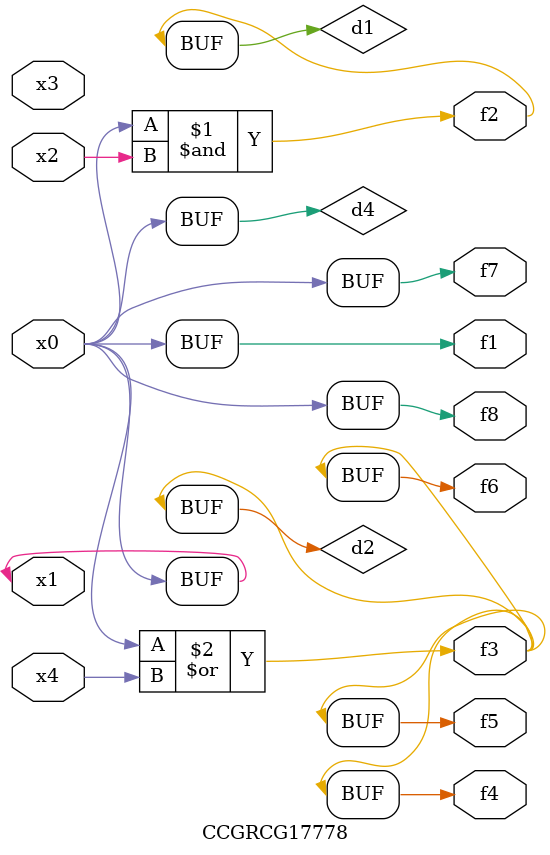
<source format=v>
module CCGRCG17778(
	input x0, x1, x2, x3, x4,
	output f1, f2, f3, f4, f5, f6, f7, f8
);

	wire d1, d2, d3, d4;

	and (d1, x0, x2);
	or (d2, x0, x4);
	nand (d3, x0, x2);
	buf (d4, x0, x1);
	assign f1 = d4;
	assign f2 = d1;
	assign f3 = d2;
	assign f4 = d2;
	assign f5 = d2;
	assign f6 = d2;
	assign f7 = d4;
	assign f8 = d4;
endmodule

</source>
